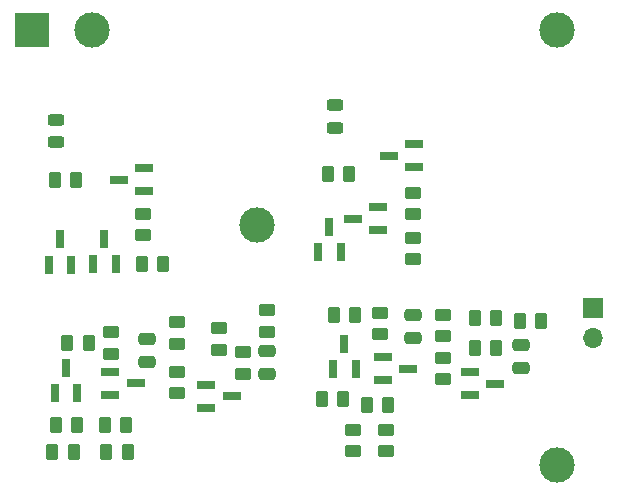
<source format=gbr>
%TF.GenerationSoftware,KiCad,Pcbnew,(6.0.2)*%
%TF.CreationDate,2022-03-08T21:55:07+01:00*%
%TF.ProjectId,simple-pc_-no-fiducials,73696d70-6c65-42d7-9063-5f2d6e6f2d66,rev?*%
%TF.SameCoordinates,Original*%
%TF.FileFunction,Soldermask,Top*%
%TF.FilePolarity,Negative*%
%FSLAX46Y46*%
G04 Gerber Fmt 4.6, Leading zero omitted, Abs format (unit mm)*
G04 Created by KiCad (PCBNEW (6.0.2)) date 2022-03-08 21:55:07*
%MOMM*%
%LPD*%
G01*
G04 APERTURE LIST*
G04 Aperture macros list*
%AMRoundRect*
0 Rectangle with rounded corners*
0 $1 Rounding radius*
0 $2 $3 $4 $5 $6 $7 $8 $9 X,Y pos of 4 corners*
0 Add a 4 corners polygon primitive as box body*
4,1,4,$2,$3,$4,$5,$6,$7,$8,$9,$2,$3,0*
0 Add four circle primitives for the rounded corners*
1,1,$1+$1,$2,$3*
1,1,$1+$1,$4,$5*
1,1,$1+$1,$6,$7*
1,1,$1+$1,$8,$9*
0 Add four rect primitives between the rounded corners*
20,1,$1+$1,$2,$3,$4,$5,0*
20,1,$1+$1,$4,$5,$6,$7,0*
20,1,$1+$1,$6,$7,$8,$9,0*
20,1,$1+$1,$8,$9,$2,$3,0*%
G04 Aperture macros list end*
%ADD10C,3.000000*%
%ADD11R,1.700000X1.700000*%
%ADD12O,1.700000X1.700000*%
%ADD13RoundRect,0.250000X0.450000X-0.262500X0.450000X0.262500X-0.450000X0.262500X-0.450000X-0.262500X0*%
%ADD14RoundRect,0.243750X0.456250X-0.243750X0.456250X0.243750X-0.456250X0.243750X-0.456250X-0.243750X0*%
%ADD15R,1.600000X0.800000*%
%ADD16RoundRect,0.250000X0.262500X0.450000X-0.262500X0.450000X-0.262500X-0.450000X0.262500X-0.450000X0*%
%ADD17RoundRect,0.250000X-0.450000X0.262500X-0.450000X-0.262500X0.450000X-0.262500X0.450000X0.262500X0*%
%ADD18RoundRect,0.250000X-0.475000X0.250000X-0.475000X-0.250000X0.475000X-0.250000X0.475000X0.250000X0*%
%ADD19R,0.800000X1.600000*%
%ADD20RoundRect,0.250000X-0.262500X-0.450000X0.262500X-0.450000X0.262500X0.450000X-0.262500X0.450000X0*%
%ADD21R,3.000000X3.000000*%
G04 APERTURE END LIST*
D10*
%TO.C,REF\u002A\u002A*%
X118110000Y-74930000D03*
%TD*%
%TO.C,REF\u002A\u002A*%
X143510000Y-95250000D03*
%TD*%
%TO.C,REF\u002A\u002A*%
X143510000Y-58420000D03*
%TD*%
D11*
%TO.C,J2*%
X146558000Y-82037000D03*
D12*
X146558000Y-84577000D03*
%TD*%
D13*
%TO.C,R12*%
X108458000Y-75842500D03*
X108458000Y-74017500D03*
%TD*%
D14*
%TO.C,D1*%
X101092000Y-67915000D03*
X101092000Y-66040000D03*
%TD*%
D15*
%TO.C,Q12*%
X131368800Y-70053200D03*
X131368800Y-68122800D03*
X129232000Y-69088000D03*
%TD*%
D16*
%TO.C,R19*%
X125372500Y-89662000D03*
X123547500Y-89662000D03*
%TD*%
D17*
%TO.C,R6*%
X111302800Y-87379800D03*
X111302800Y-89204800D03*
%TD*%
D13*
%TO.C,R11*%
X118922800Y-84021300D03*
X118922800Y-82196300D03*
%TD*%
D18*
%TO.C,C4*%
X140462000Y-85156000D03*
X140462000Y-87056000D03*
%TD*%
D19*
%TO.C,Q4*%
X104190800Y-78282800D03*
X106121200Y-78282800D03*
X105156000Y-76146000D03*
%TD*%
D16*
%TO.C,R10*%
X103833300Y-84947800D03*
X102008300Y-84947800D03*
%TD*%
D15*
%TO.C,Q7*%
X128727200Y-86156800D03*
X128727200Y-88087200D03*
X130864000Y-87122000D03*
%TD*%
D13*
%TO.C,R26*%
X131318000Y-74064500D03*
X131318000Y-72239500D03*
%TD*%
D20*
%TO.C,R16*%
X136501500Y-85344000D03*
X138326500Y-85344000D03*
%TD*%
D15*
%TO.C,Q10*%
X128320800Y-75387200D03*
X128320800Y-73456800D03*
X126184000Y-74422000D03*
%TD*%
D16*
%TO.C,R17*%
X138326500Y-82804000D03*
X136501500Y-82804000D03*
%TD*%
D17*
%TO.C,R20*%
X133858000Y-86209500D03*
X133858000Y-88034500D03*
%TD*%
D15*
%TO.C,Q6*%
X108508800Y-72085200D03*
X108508800Y-70154800D03*
X106372000Y-71120000D03*
%TD*%
D20*
%TO.C,R1*%
X105310300Y-94218800D03*
X107135300Y-94218800D03*
%TD*%
D18*
%TO.C,C3*%
X131318000Y-82616000D03*
X131318000Y-84516000D03*
%TD*%
D17*
%TO.C,R21*%
X128524000Y-82399500D03*
X128524000Y-84224500D03*
%TD*%
D16*
%TO.C,R5*%
X102840800Y-91932800D03*
X101015800Y-91932800D03*
%TD*%
D15*
%TO.C,Q8*%
X136093200Y-87426800D03*
X136093200Y-89357200D03*
X138230000Y-88392000D03*
%TD*%
D18*
%TO.C,C2*%
X118922800Y-85648800D03*
X118922800Y-87548800D03*
%TD*%
D20*
%TO.C,R9*%
X108307500Y-78232000D03*
X110132500Y-78232000D03*
%TD*%
D19*
%TO.C,Q3*%
X100431600Y-78333600D03*
X102362000Y-78333600D03*
X101396800Y-76196800D03*
%TD*%
D18*
%TO.C,C1*%
X108762800Y-84632800D03*
X108762800Y-86532800D03*
%TD*%
D20*
%TO.C,R14*%
X100941500Y-71120000D03*
X102766500Y-71120000D03*
%TD*%
D17*
%TO.C,R23*%
X131318000Y-76049500D03*
X131318000Y-77874500D03*
%TD*%
D16*
%TO.C,R13*%
X102563300Y-94218800D03*
X100738300Y-94218800D03*
%TD*%
D13*
%TO.C,R22*%
X133858000Y-84375000D03*
X133858000Y-82550000D03*
%TD*%
%TO.C,R2*%
X116890800Y-87577300D03*
X116890800Y-85752300D03*
%TD*%
D19*
%TO.C,Q5*%
X100939600Y-89189600D03*
X102870000Y-89189600D03*
X101904800Y-87052800D03*
%TD*%
D17*
%TO.C,R7*%
X105714800Y-84035300D03*
X105714800Y-85860300D03*
%TD*%
D20*
%TO.C,R28*%
X124055500Y-70612000D03*
X125880500Y-70612000D03*
%TD*%
D13*
%TO.C,R8*%
X111302800Y-85037300D03*
X111302800Y-83212300D03*
%TD*%
D15*
%TO.C,Q2*%
X113792000Y-88493600D03*
X113792000Y-90424000D03*
X115928800Y-89458800D03*
%TD*%
D16*
%TO.C,R24*%
X126388500Y-82550000D03*
X124563500Y-82550000D03*
%TD*%
%TO.C,R18*%
X129182500Y-90170000D03*
X127357500Y-90170000D03*
%TD*%
D15*
%TO.C,Q1*%
X105664000Y-87411600D03*
X105664000Y-89342000D03*
X107800800Y-88376800D03*
%TD*%
D14*
%TO.C,D2*%
X124714000Y-66723500D03*
X124714000Y-64848500D03*
%TD*%
D13*
%TO.C,R3*%
X114858800Y-85545300D03*
X114858800Y-83720300D03*
%TD*%
D19*
%TO.C,Q9*%
X123240800Y-77266800D03*
X125171200Y-77266800D03*
X124206000Y-75130000D03*
%TD*%
D20*
%TO.C,R25*%
X142136500Y-83058000D03*
X140311500Y-83058000D03*
%TD*%
D19*
%TO.C,Q11*%
X124510800Y-87172800D03*
X126441200Y-87172800D03*
X125476000Y-85036000D03*
%TD*%
D13*
%TO.C,R27*%
X126238000Y-94130500D03*
X126238000Y-92305500D03*
%TD*%
%TO.C,R15*%
X129032000Y-94130500D03*
X129032000Y-92305500D03*
%TD*%
D16*
%TO.C,R4*%
X107008300Y-91932800D03*
X105183300Y-91932800D03*
%TD*%
D10*
%TO.C,J1*%
X104140000Y-58420000D03*
D21*
X99060000Y-58420000D03*
%TD*%
M02*

</source>
